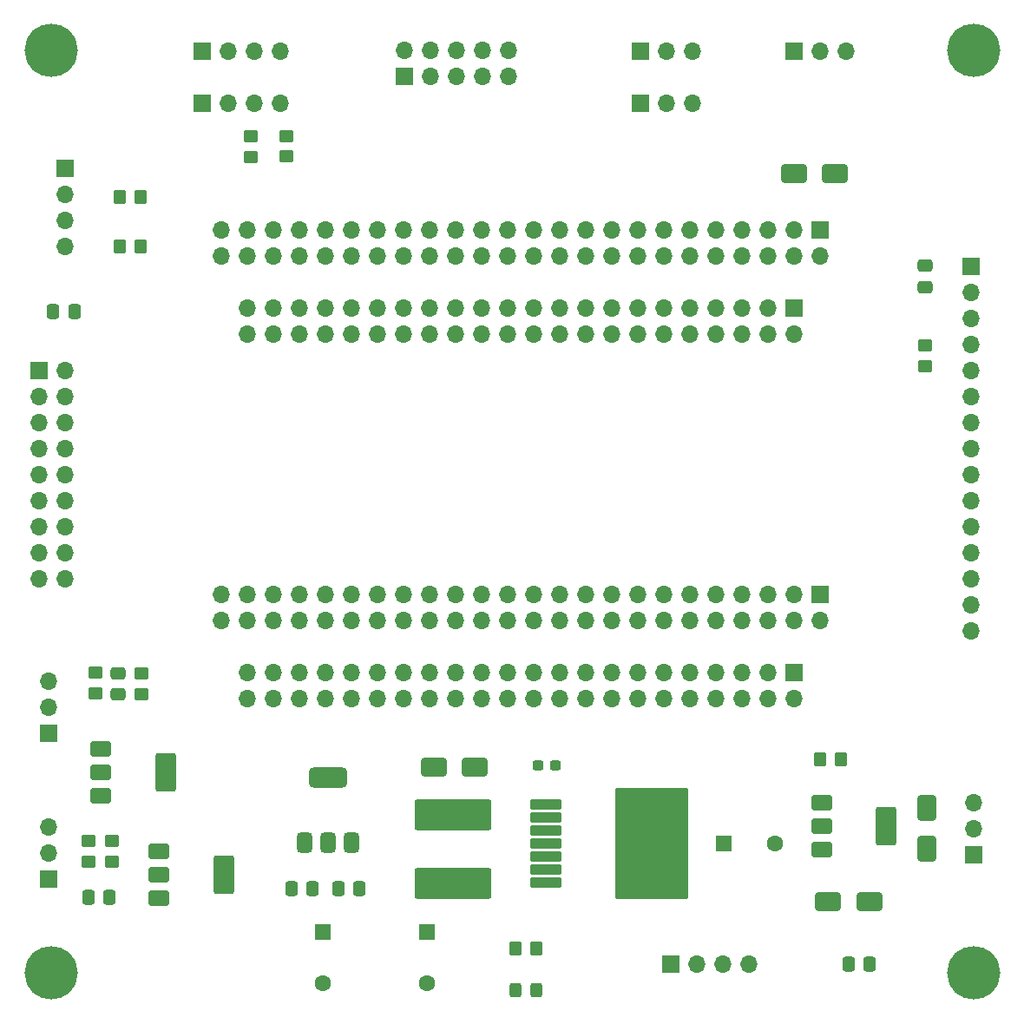
<source format=gbr>
%TF.GenerationSoftware,KiCad,Pcbnew,9.0.0*%
%TF.CreationDate,2025-04-02T15:25:16+08:00*%
%TF.ProjectId,EggClassifier,45676743-6c61-4737-9369-666965722e6b,rev?*%
%TF.SameCoordinates,Original*%
%TF.FileFunction,Soldermask,Top*%
%TF.FilePolarity,Negative*%
%FSLAX46Y46*%
G04 Gerber Fmt 4.6, Leading zero omitted, Abs format (unit mm)*
G04 Created by KiCad (PCBNEW 9.0.0) date 2025-04-02 15:25:16*
%MOMM*%
%LPD*%
G01*
G04 APERTURE LIST*
G04 Aperture macros list*
%AMRoundRect*
0 Rectangle with rounded corners*
0 $1 Rounding radius*
0 $2 $3 $4 $5 $6 $7 $8 $9 X,Y pos of 4 corners*
0 Add a 4 corners polygon primitive as box body*
4,1,4,$2,$3,$4,$5,$6,$7,$8,$9,$2,$3,0*
0 Add four circle primitives for the rounded corners*
1,1,$1+$1,$2,$3*
1,1,$1+$1,$4,$5*
1,1,$1+$1,$6,$7*
1,1,$1+$1,$8,$9*
0 Add four rect primitives between the rounded corners*
20,1,$1+$1,$2,$3,$4,$5,0*
20,1,$1+$1,$4,$5,$6,$7,0*
20,1,$1+$1,$6,$7,$8,$9,0*
20,1,$1+$1,$8,$9,$2,$3,0*%
G04 Aperture macros list end*
%ADD10RoundRect,0.250000X0.450000X-0.350000X0.450000X0.350000X-0.450000X0.350000X-0.450000X-0.350000X0*%
%ADD11RoundRect,0.250000X0.350000X0.450000X-0.350000X0.450000X-0.350000X-0.450000X0.350000X-0.450000X0*%
%ADD12R,1.600000X1.600000*%
%ADD13C,1.600000*%
%ADD14R,1.700000X1.700000*%
%ADD15O,1.700000X1.700000*%
%ADD16C,5.200000*%
%ADD17RoundRect,0.250000X-1.000000X-0.650000X1.000000X-0.650000X1.000000X0.650000X-1.000000X0.650000X0*%
%ADD18RoundRect,0.250000X0.337500X0.475000X-0.337500X0.475000X-0.337500X-0.475000X0.337500X-0.475000X0*%
%ADD19RoundRect,0.250000X-0.750000X-0.500000X0.750000X-0.500000X0.750000X0.500000X-0.750000X0.500000X0*%
%ADD20RoundRect,0.250000X-0.750000X-1.650000X0.750000X-1.650000X0.750000X1.650000X-0.750000X1.650000X0*%
%ADD21RoundRect,0.250000X-3.500000X1.260000X-3.500000X-1.260000X3.500000X-1.260000X3.500000X1.260000X0*%
%ADD22RoundRect,0.250000X0.475000X-0.337500X0.475000X0.337500X-0.475000X0.337500X-0.475000X-0.337500X0*%
%ADD23RoundRect,0.250000X1.000000X0.650000X-1.000000X0.650000X-1.000000X-0.650000X1.000000X-0.650000X0*%
%ADD24RoundRect,0.250000X0.650000X-1.000000X0.650000X1.000000X-0.650000X1.000000X-0.650000X-1.000000X0*%
%ADD25RoundRect,0.250000X-0.450000X0.350000X-0.450000X-0.350000X0.450000X-0.350000X0.450000X0.350000X0*%
%ADD26RoundRect,0.250000X0.325000X0.450000X-0.325000X0.450000X-0.325000X-0.450000X0.325000X-0.450000X0*%
%ADD27RoundRect,0.250000X-0.475000X0.337500X-0.475000X-0.337500X0.475000X-0.337500X0.475000X0.337500X0*%
%ADD28RoundRect,0.102000X-1.395000X0.445000X-1.395000X-0.445000X1.395000X-0.445000X1.395000X0.445000X0*%
%ADD29RoundRect,0.102000X-3.420000X5.290000X-3.420000X-5.290000X3.420000X-5.290000X3.420000X5.290000X0*%
%ADD30RoundRect,0.237500X0.300000X0.237500X-0.300000X0.237500X-0.300000X-0.237500X0.300000X-0.237500X0*%
%ADD31RoundRect,0.250000X-0.337500X-0.475000X0.337500X-0.475000X0.337500X0.475000X-0.337500X0.475000X0*%
%ADD32RoundRect,0.375000X0.375000X-0.625000X0.375000X0.625000X-0.375000X0.625000X-0.375000X-0.625000X0*%
%ADD33RoundRect,0.500000X1.400000X-0.500000X1.400000X0.500000X-1.400000X0.500000X-1.400000X-0.500000X0*%
G04 APERTURE END LIST*
D10*
%TO.C,R2*%
X89306400Y-107730800D03*
X89306400Y-105730800D03*
%TD*%
D11*
%TO.C,R8*%
X132318000Y-132588000D03*
X130318000Y-132588000D03*
%TD*%
D12*
%TO.C,C4*%
X111506000Y-131036000D03*
D13*
X111506000Y-136036000D03*
%TD*%
D14*
%TO.C,J15*%
X142499000Y-50160000D03*
D15*
X145039000Y-50160000D03*
X147579000Y-50160000D03*
%TD*%
D14*
%TO.C,J3*%
X160020000Y-98080500D03*
D15*
X160020000Y-100620500D03*
X157480000Y-98080500D03*
X157480000Y-100620500D03*
X154940000Y-98080500D03*
X154940000Y-100620500D03*
X152400000Y-98080500D03*
X152400000Y-100620500D03*
X149860000Y-98080500D03*
X149860000Y-100620500D03*
X147320000Y-98080500D03*
X147320000Y-100620500D03*
X144780000Y-98080500D03*
X144780000Y-100620500D03*
X142240000Y-98080500D03*
X142240000Y-100620500D03*
X139700000Y-98080500D03*
X139700000Y-100620500D03*
X137160000Y-98080500D03*
X137160000Y-100620500D03*
X134620000Y-98080500D03*
X134620000Y-100620500D03*
X132080000Y-98080500D03*
X132080000Y-100620500D03*
X129540000Y-98080500D03*
X129540000Y-100620500D03*
X127000000Y-98080500D03*
X127000000Y-100620500D03*
X124460000Y-98080500D03*
X124460000Y-100620500D03*
X121920000Y-98080500D03*
X121920000Y-100620500D03*
X119380000Y-98080500D03*
X119380000Y-100620500D03*
X116840000Y-98080500D03*
X116840000Y-100620500D03*
X114300000Y-98080500D03*
X114300000Y-100620500D03*
X111760000Y-98080500D03*
X111760000Y-100620500D03*
X109220000Y-98080500D03*
X109220000Y-100620500D03*
X106680000Y-98080500D03*
X106680000Y-100620500D03*
X104140000Y-98080500D03*
X104140000Y-100620500D03*
X101600000Y-98080500D03*
X101600000Y-100620500D03*
%TD*%
D14*
%TO.C,J11*%
X84785200Y-125882400D03*
D15*
X84785200Y-123342400D03*
X84785200Y-120802400D03*
%TD*%
D16*
%TO.C,H2*%
X85000000Y-135000000D03*
%TD*%
D17*
%TO.C,D1*%
X122333000Y-114935000D03*
X126333000Y-114935000D03*
%TD*%
D16*
%TO.C,H4*%
X175000000Y-45000000D03*
%TD*%
D18*
%TO.C,C5*%
X115083500Y-126746000D03*
X113008500Y-126746000D03*
%TD*%
D19*
%TO.C,Q1*%
X89864800Y-113117600D03*
X89864800Y-115417600D03*
D20*
X96164800Y-115417600D03*
D19*
X89864800Y-117717600D03*
%TD*%
D21*
%TO.C,L1*%
X124206000Y-126238000D03*
X124206000Y-119578000D03*
%TD*%
D14*
%TO.C,J10*%
X99735800Y-45054600D03*
D15*
X102275800Y-45054600D03*
X104815800Y-45054600D03*
X107355800Y-45054600D03*
%TD*%
D22*
%TO.C,C9*%
X91567000Y-107844500D03*
X91567000Y-105769500D03*
%TD*%
D19*
%TO.C,Q3*%
X160172000Y-118350000D03*
X160172000Y-120650000D03*
D20*
X166472000Y-120650000D03*
D19*
X160172000Y-122950000D03*
%TD*%
D14*
%TO.C,J17*%
X174752000Y-66040000D03*
D15*
X174752000Y-68580000D03*
X174752000Y-71120000D03*
X174752000Y-73660000D03*
X174752000Y-76200000D03*
X174752000Y-78740000D03*
X174752000Y-81280000D03*
X174752000Y-83820000D03*
X174752000Y-86360000D03*
X174752000Y-88900000D03*
X174752000Y-91440000D03*
X174752000Y-93980000D03*
X174752000Y-96520000D03*
X174752000Y-99060000D03*
X174752000Y-101600000D03*
%TD*%
D14*
%TO.C,J9*%
X157485000Y-45080000D03*
D15*
X160025000Y-45080000D03*
X162565000Y-45080000D03*
%TD*%
D12*
%TO.C,C3*%
X121666000Y-131036000D03*
D13*
X121666000Y-136036000D03*
%TD*%
D10*
%TO.C,R6*%
X88646000Y-124139200D03*
X88646000Y-122139200D03*
%TD*%
D23*
%TO.C,D2*%
X161502000Y-57018000D03*
X157502000Y-57018000D03*
%TD*%
D19*
%TO.C,Q2*%
X95554400Y-123125200D03*
X95554400Y-125425200D03*
D20*
X101854400Y-125425200D03*
D19*
X95554400Y-127725200D03*
%TD*%
D14*
%TO.C,J4*%
X157480000Y-70140500D03*
D15*
X157480000Y-72680500D03*
X154940000Y-70140500D03*
X154940000Y-72680500D03*
X152400000Y-70140500D03*
X152400000Y-72680500D03*
X149860000Y-70140500D03*
X149860000Y-72680500D03*
X147320000Y-70140500D03*
X147320000Y-72680500D03*
X144780000Y-70140500D03*
X144780000Y-72680500D03*
X142240000Y-70140500D03*
X142240000Y-72680500D03*
X139700000Y-70140500D03*
X139700000Y-72680500D03*
X137160000Y-70140500D03*
X137160000Y-72680500D03*
X134620000Y-70140500D03*
X134620000Y-72680500D03*
X132080000Y-70140500D03*
X132080000Y-72680500D03*
X129540000Y-70140500D03*
X129540000Y-72680500D03*
X127000000Y-70140500D03*
X127000000Y-72680500D03*
X124460000Y-70140500D03*
X124460000Y-72680500D03*
X121920000Y-70140500D03*
X121920000Y-72680500D03*
X119380000Y-70140500D03*
X119380000Y-72680500D03*
X116840000Y-70140500D03*
X116840000Y-72680500D03*
X114300000Y-70140500D03*
X114300000Y-72680500D03*
X111760000Y-70140500D03*
X111760000Y-72680500D03*
X109220000Y-70140500D03*
X109220000Y-72680500D03*
X106680000Y-70140500D03*
X106680000Y-72680500D03*
X104140000Y-70140500D03*
X104140000Y-72680500D03*
%TD*%
D10*
%TO.C,R11*%
X170307000Y-75803000D03*
X170307000Y-73803000D03*
%TD*%
D16*
%TO.C,H1*%
X85000000Y-45000000D03*
%TD*%
%TO.C,H3*%
X175000000Y-135000000D03*
%TD*%
D14*
%TO.C,J1*%
X160020000Y-62520500D03*
D15*
X160020000Y-65060500D03*
X157480000Y-62520500D03*
X157480000Y-65060500D03*
X154940000Y-62520500D03*
X154940000Y-65060500D03*
X152400000Y-62520500D03*
X152400000Y-65060500D03*
X149860000Y-62520500D03*
X149860000Y-65060500D03*
X147320000Y-62520500D03*
X147320000Y-65060500D03*
X144780000Y-62520500D03*
X144780000Y-65060500D03*
X142240000Y-62520500D03*
X142240000Y-65060500D03*
X139700000Y-62520500D03*
X139700000Y-65060500D03*
X137160000Y-62520500D03*
X137160000Y-65060500D03*
X134620000Y-62520500D03*
X134620000Y-65060500D03*
X132080000Y-62520500D03*
X132080000Y-65060500D03*
X129540000Y-62520500D03*
X129540000Y-65060500D03*
X127000000Y-62520500D03*
X127000000Y-65060500D03*
X124460000Y-62520500D03*
X124460000Y-65060500D03*
X121920000Y-62520500D03*
X121920000Y-65060500D03*
X119380000Y-62520500D03*
X119380000Y-65060500D03*
X116840000Y-62520500D03*
X116840000Y-65060500D03*
X114300000Y-62520500D03*
X114300000Y-65060500D03*
X111760000Y-62520500D03*
X111760000Y-65060500D03*
X109220000Y-62520500D03*
X109220000Y-65060500D03*
X106680000Y-62520500D03*
X106680000Y-65060500D03*
X104140000Y-62520500D03*
X104140000Y-65060500D03*
X101600000Y-62520500D03*
X101600000Y-65060500D03*
%TD*%
D11*
%TO.C,R10*%
X93700000Y-64130000D03*
X91700000Y-64130000D03*
%TD*%
D24*
%TO.C,D4*%
X170434000Y-122904000D03*
X170434000Y-118904000D03*
%TD*%
D11*
%TO.C,R9*%
X93716000Y-59304000D03*
X91716000Y-59304000D03*
%TD*%
D14*
%TO.C,J14*%
X175006000Y-123429000D03*
D15*
X175006000Y-120889000D03*
X175006000Y-118349000D03*
%TD*%
D12*
%TO.C,C1*%
X150622000Y-122400000D03*
D13*
X155622000Y-122400000D03*
%TD*%
D14*
%TO.C,J12*%
X99745800Y-50134600D03*
D15*
X102285800Y-50134600D03*
X104825800Y-50134600D03*
X107365800Y-50134600D03*
%TD*%
D14*
%TO.C,J16*%
X86350000Y-56520000D03*
D15*
X86350000Y-59060000D03*
X86350000Y-61600000D03*
X86350000Y-64140000D03*
%TD*%
D23*
%TO.C,D3*%
X164814000Y-128016000D03*
X160814000Y-128016000D03*
%TD*%
D25*
%TO.C,R5*%
X90982800Y-122139200D03*
X90982800Y-124139200D03*
%TD*%
D14*
%TO.C,J2*%
X157480000Y-105700500D03*
D15*
X157480000Y-108240500D03*
X154940000Y-105700500D03*
X154940000Y-108240500D03*
X152400000Y-105700500D03*
X152400000Y-108240500D03*
X149860000Y-105700500D03*
X149860000Y-108240500D03*
X147320000Y-105700500D03*
X147320000Y-108240500D03*
X144780000Y-105700500D03*
X144780000Y-108240500D03*
X142240000Y-105700500D03*
X142240000Y-108240500D03*
X139700000Y-105700500D03*
X139700000Y-108240500D03*
X137160000Y-105700500D03*
X137160000Y-108240500D03*
X134620000Y-105700500D03*
X134620000Y-108240500D03*
X132080000Y-105700500D03*
X132080000Y-108240500D03*
X129540000Y-105700500D03*
X129540000Y-108240500D03*
X127000000Y-105700500D03*
X127000000Y-108240500D03*
X124460000Y-105700500D03*
X124460000Y-108240500D03*
X121920000Y-105700500D03*
X121920000Y-108240500D03*
X119380000Y-105700500D03*
X119380000Y-108240500D03*
X116840000Y-105700500D03*
X116840000Y-108240500D03*
X114300000Y-105700500D03*
X114300000Y-108240500D03*
X111760000Y-105700500D03*
X111760000Y-108240500D03*
X109220000Y-105700500D03*
X109220000Y-108240500D03*
X106680000Y-105700500D03*
X106680000Y-108240500D03*
X104140000Y-105700500D03*
X104140000Y-108240500D03*
%TD*%
D26*
%TO.C,D5*%
X132343000Y-136652000D03*
X130293000Y-136652000D03*
%TD*%
D14*
%TO.C,J13*%
X142499000Y-45080000D03*
D15*
X145039000Y-45080000D03*
X147579000Y-45080000D03*
%TD*%
D10*
%TO.C,R4*%
X107940000Y-55351000D03*
X107940000Y-53351000D03*
%TD*%
%TO.C,R3*%
X104511000Y-55401800D03*
X104511000Y-53401800D03*
%TD*%
D18*
%TO.C,C7*%
X164867500Y-134112000D03*
X162792500Y-134112000D03*
%TD*%
D27*
%TO.C,C10*%
X170307000Y-66018500D03*
X170307000Y-68093500D03*
%TD*%
D18*
%TO.C,C6*%
X110511500Y-126746000D03*
X108436500Y-126746000D03*
%TD*%
D14*
%TO.C,J7*%
X119502000Y-47498000D03*
D15*
X119502000Y-44958000D03*
X122042000Y-47498000D03*
X122042000Y-44958000D03*
X124582000Y-47498000D03*
X124582000Y-44958000D03*
X127122000Y-47498000D03*
X127122000Y-44958000D03*
X129662000Y-47498000D03*
X129662000Y-44958000D03*
%TD*%
D11*
%TO.C,R7*%
X162026000Y-114168000D03*
X160026000Y-114168000D03*
%TD*%
D14*
%TO.C,J5*%
X145425000Y-134112000D03*
D15*
X147965000Y-134112000D03*
X150505000Y-134112000D03*
X153045000Y-134112000D03*
%TD*%
D14*
%TO.C,J8*%
X84785200Y-111658400D03*
D15*
X84785200Y-109118400D03*
X84785200Y-106578400D03*
%TD*%
D25*
%TO.C,R1*%
X93853000Y-105807000D03*
X93853000Y-107807000D03*
%TD*%
D14*
%TO.C,J6*%
X83810000Y-76210000D03*
D15*
X86350000Y-76210000D03*
X83810000Y-78750000D03*
X86350000Y-78750000D03*
X83810000Y-81290000D03*
X86350000Y-81290000D03*
X83810000Y-83830000D03*
X86350000Y-83830000D03*
X83810000Y-86370000D03*
X86350000Y-86370000D03*
X83810000Y-88910000D03*
X86350000Y-88910000D03*
X83810000Y-91450000D03*
X86350000Y-91450000D03*
X83810000Y-93990000D03*
X86350000Y-93990000D03*
X83810000Y-96530000D03*
X86350000Y-96530000D03*
%TD*%
D28*
%TO.C,U1*%
X133256000Y-118590000D03*
X133256000Y-119860000D03*
X133256000Y-121130000D03*
X133256000Y-122400000D03*
X133256000Y-123670000D03*
X133256000Y-124940000D03*
X133256000Y-126210000D03*
D29*
X143606000Y-122400000D03*
%TD*%
D30*
%TO.C,C2*%
X134212500Y-114780000D03*
X132487500Y-114780000D03*
%TD*%
D31*
%TO.C,C8*%
X88624500Y-127635000D03*
X90699500Y-127635000D03*
%TD*%
%TO.C,C11*%
X85195500Y-70480000D03*
X87270500Y-70480000D03*
%TD*%
D32*
%TO.C,U2*%
X109714000Y-122276000D03*
X112014000Y-122276000D03*
D33*
X112014000Y-115976000D03*
D32*
X114314000Y-122276000D03*
%TD*%
M02*

</source>
